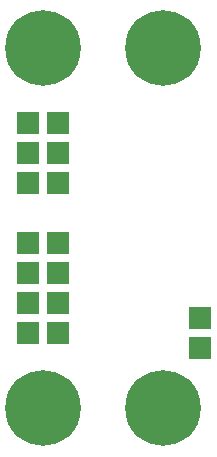
<source format=gbr>
G04 #@! TF.GenerationSoftware,KiCad,Pcbnew,(2018-02-10 revision a04965c36)-makepkg*
G04 #@! TF.CreationDate,2018-07-08T18:58:52+02:00*
G04 #@! TF.ProjectId,STEPUPDC01A,53544550555044433031412E6B696361,REV*
G04 #@! TF.SameCoordinates,Original*
G04 #@! TF.FileFunction,Soldermask,Top*
G04 #@! TF.FilePolarity,Negative*
%FSLAX46Y46*%
G04 Gerber Fmt 4.6, Leading zero omitted, Abs format (unit mm)*
G04 Created by KiCad (PCBNEW (2018-02-10 revision a04965c36)-makepkg) date 07/08/18 18:58:52*
%MOMM*%
%LPD*%
G01*
G04 APERTURE LIST*
%ADD10R,1.924000X1.924000*%
%ADD11C,6.400000*%
G04 APERTURE END LIST*
D10*
X102235000Y-54610000D03*
X104775000Y-54610000D03*
X102235000Y-57150000D03*
X104775000Y-57150000D03*
X102235000Y-59690000D03*
X104775000Y-59690000D03*
X104775000Y-72390000D03*
X102235000Y-72390000D03*
X104775000Y-69850000D03*
X102235000Y-69850000D03*
X104775000Y-67310000D03*
X102235000Y-67310000D03*
X104775000Y-64770000D03*
X102235000Y-64770000D03*
D11*
X113665000Y-78740000D03*
X103505000Y-48260000D03*
X113665000Y-48260000D03*
X103505000Y-78740000D03*
D10*
X116840000Y-71120000D03*
X116840000Y-73660000D03*
M02*

</source>
